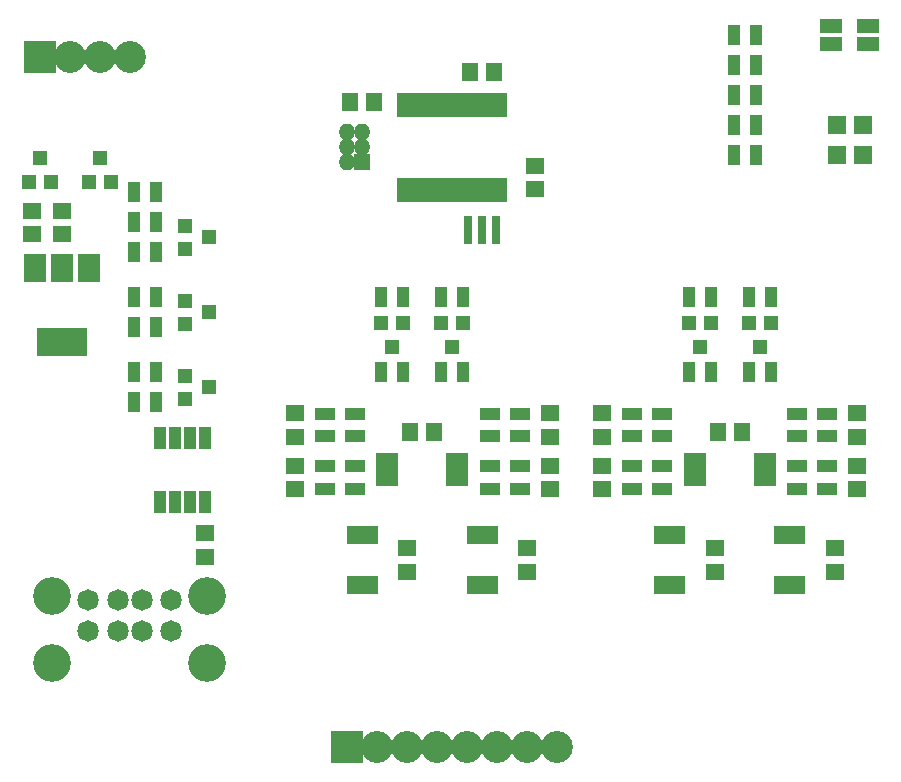
<source format=gts>
G04 #@! TF.FileFunction,Soldermask,Top*
%FSLAX46Y46*%
G04 Gerber Fmt 4.6, Leading zero omitted, Abs format (unit mm)*
G04 Created by KiCad (PCBNEW 4.0.7) date Sat Dec  2 17:24:25 2017*
%MOMM*%
%LPD*%
G01*
G04 APERTURE LIST*
%ADD10C,0.127000*%
%ADD11R,1.100000X1.700000*%
%ADD12R,1.300000X1.200000*%
%ADD13R,1.650000X1.400000*%
%ADD14R,1.400000X1.650000*%
%ADD15R,1.600000X1.600000*%
%ADD16R,0.850000X2.150000*%
%ADD17R,2.700000X2.700000*%
%ADD18C,2.700000*%
%ADD19R,1.200000X1.300000*%
%ADD20R,1.700000X1.100000*%
%ADD21R,1.850000X0.850000*%
%ADD22R,0.800000X1.500000*%
%ADD23R,1.900000X1.300000*%
%ADD24C,1.820000*%
%ADD25C,3.200000*%
%ADD26R,1.000000X1.950000*%
%ADD27R,4.200000X2.400000*%
%ADD28R,1.900000X2.400000*%
%ADD29R,0.800000X2.400000*%
%ADD30R,1.400000X1.400000*%
%ADD31O,1.400000X1.400000*%
G04 APERTURE END LIST*
D10*
D11*
X61910000Y45085000D03*
X60010000Y45085000D03*
X13020000Y48895000D03*
X14920000Y48895000D03*
X14920000Y51435000D03*
X13020000Y51435000D03*
X13020000Y53975000D03*
X14920000Y53975000D03*
D12*
X17415000Y51115000D03*
X17415000Y49215000D03*
X19415000Y50165000D03*
D13*
X46990000Y56245000D03*
X46990000Y54245000D03*
D14*
X33385000Y61595000D03*
X31385000Y61595000D03*
X38465000Y33655000D03*
X36465000Y33655000D03*
X41545000Y64135000D03*
X43545000Y64135000D03*
D13*
X26670000Y35290000D03*
X26670000Y33290000D03*
X48260000Y35290000D03*
X48260000Y33290000D03*
X26670000Y28845000D03*
X26670000Y30845000D03*
X48260000Y28845000D03*
X48260000Y30845000D03*
D14*
X64500000Y33655000D03*
X62500000Y33655000D03*
D13*
X4445000Y50435000D03*
X4445000Y52435000D03*
X52705000Y35290000D03*
X52705000Y33290000D03*
X74295000Y35290000D03*
X74295000Y33290000D03*
X52705000Y28845000D03*
X52705000Y30845000D03*
X74295000Y28845000D03*
X74295000Y30845000D03*
X36195000Y21860000D03*
X36195000Y23860000D03*
X46355000Y21860000D03*
X46355000Y23860000D03*
X62230000Y21860000D03*
X62230000Y23860000D03*
X72390000Y21860000D03*
X72390000Y23860000D03*
X6985000Y50435000D03*
X6985000Y52435000D03*
X19050000Y25130000D03*
X19050000Y23130000D03*
D15*
X72560000Y59690000D03*
X74760000Y59690000D03*
X72560000Y57150000D03*
X74760000Y57150000D03*
D16*
X35780000Y54185000D03*
X36430000Y54185000D03*
X37080000Y54185000D03*
X37730000Y54185000D03*
X38380000Y54185000D03*
X39030000Y54185000D03*
X39680000Y54185000D03*
X40330000Y54185000D03*
X40980000Y54185000D03*
X41630000Y54185000D03*
X42280000Y54185000D03*
X42930000Y54185000D03*
X43580000Y54185000D03*
X44230000Y54185000D03*
X44230000Y61385000D03*
X43580000Y61385000D03*
X42930000Y61385000D03*
X42280000Y61385000D03*
X41630000Y61385000D03*
X40980000Y61385000D03*
X40330000Y61385000D03*
X39680000Y61385000D03*
X39030000Y61385000D03*
X38380000Y61385000D03*
X37730000Y61385000D03*
X37080000Y61385000D03*
X36430000Y61385000D03*
X35780000Y61385000D03*
D17*
X31115000Y6985000D03*
D18*
X33655000Y6985000D03*
X36195000Y6985000D03*
X38735000Y6985000D03*
X41275000Y6985000D03*
X43815000Y6985000D03*
X46355000Y6985000D03*
X48895000Y6985000D03*
D17*
X5080000Y65405000D03*
D18*
X7620000Y65405000D03*
X10160000Y65405000D03*
X12700000Y65405000D03*
D19*
X4130000Y54880000D03*
X6030000Y54880000D03*
X5080000Y56880000D03*
X9210000Y54880000D03*
X11110000Y54880000D03*
X10160000Y56880000D03*
X35875000Y42910000D03*
X33975000Y42910000D03*
X34925000Y40910000D03*
X61910000Y42910000D03*
X60010000Y42910000D03*
X60960000Y40910000D03*
X40955000Y42910000D03*
X39055000Y42910000D03*
X40005000Y40910000D03*
X66990000Y42910000D03*
X65090000Y42910000D03*
X66040000Y40910000D03*
D12*
X17415000Y44765000D03*
X17415000Y42865000D03*
X19415000Y43815000D03*
X17415000Y38415000D03*
X17415000Y36515000D03*
X19415000Y37465000D03*
D20*
X31750000Y28895000D03*
X31750000Y30795000D03*
X29210000Y28895000D03*
X29210000Y30795000D03*
X43180000Y28895000D03*
X43180000Y30795000D03*
X45720000Y28895000D03*
X45720000Y30795000D03*
X31750000Y35240000D03*
X31750000Y33340000D03*
X29210000Y33340000D03*
X29210000Y35240000D03*
X43180000Y35240000D03*
X43180000Y33340000D03*
X45720000Y33340000D03*
X45720000Y35240000D03*
X57785000Y28895000D03*
X57785000Y30795000D03*
X55245000Y28895000D03*
X55245000Y30795000D03*
X69215000Y28895000D03*
X69215000Y30795000D03*
X71755000Y28895000D03*
X71755000Y30795000D03*
X57785000Y35240000D03*
X57785000Y33340000D03*
X55245000Y33340000D03*
X55245000Y35240000D03*
X69215000Y35240000D03*
X69215000Y33340000D03*
X71755000Y33340000D03*
X71755000Y35240000D03*
D11*
X65720000Y64770000D03*
X63820000Y64770000D03*
X65720000Y62230000D03*
X63820000Y62230000D03*
X65720000Y67310000D03*
X63820000Y67310000D03*
X63820000Y59690000D03*
X65720000Y59690000D03*
X63820000Y57150000D03*
X65720000Y57150000D03*
X35875000Y45085000D03*
X33975000Y45085000D03*
X35875000Y38735000D03*
X33975000Y38735000D03*
X61910000Y38735000D03*
X60010000Y38735000D03*
X40955000Y45085000D03*
X39055000Y45085000D03*
X66990000Y45085000D03*
X65090000Y45085000D03*
X13020000Y45085000D03*
X14920000Y45085000D03*
X13020000Y38735000D03*
X14920000Y38735000D03*
X39055000Y38735000D03*
X40955000Y38735000D03*
X65090000Y38735000D03*
X66990000Y38735000D03*
X13020000Y42545000D03*
X14920000Y42545000D03*
X13020000Y36195000D03*
X14920000Y36195000D03*
D21*
X34515000Y31455000D03*
X34515000Y30805000D03*
X34515000Y30155000D03*
X34515000Y29505000D03*
X40415000Y29505000D03*
X40415000Y30155000D03*
X40415000Y30805000D03*
X40415000Y31455000D03*
X60550000Y31455000D03*
X60550000Y30805000D03*
X60550000Y30155000D03*
X60550000Y29505000D03*
X66450000Y29505000D03*
X66450000Y30155000D03*
X66450000Y30805000D03*
X66450000Y31455000D03*
D22*
X31410000Y20710000D03*
X32060000Y20710000D03*
X32710000Y20710000D03*
X33360000Y20710000D03*
X33360000Y25010000D03*
X32710000Y25010000D03*
X32060000Y25010000D03*
X31410000Y25010000D03*
X57445000Y20710000D03*
X58095000Y20710000D03*
X58745000Y20710000D03*
X59395000Y20710000D03*
X59395000Y25010000D03*
X58745000Y25010000D03*
X58095000Y25010000D03*
X57445000Y25010000D03*
X41570000Y20710000D03*
X42220000Y20710000D03*
X42870000Y20710000D03*
X43520000Y20710000D03*
X43520000Y25010000D03*
X42870000Y25010000D03*
X42220000Y25010000D03*
X41570000Y25010000D03*
X67605000Y20710000D03*
X68255000Y20710000D03*
X68905000Y20710000D03*
X69555000Y20710000D03*
X69555000Y25010000D03*
X68905000Y25010000D03*
X68255000Y25010000D03*
X67605000Y25010000D03*
D23*
X75210000Y66560000D03*
X75210000Y68060000D03*
X72110000Y68060000D03*
X72110000Y66560000D03*
D24*
X9200000Y19440005D03*
X11700000Y19440005D03*
X13700000Y19440005D03*
X16200000Y19440005D03*
X9200000Y16820005D03*
X11700000Y16820005D03*
X13700000Y16820005D03*
X16200000Y16820005D03*
D25*
X19270000Y14110005D03*
X19270000Y19790005D03*
X6130000Y19790005D03*
X6130000Y14110005D03*
D26*
X19050000Y33180000D03*
X17780000Y33180000D03*
X16510000Y33180000D03*
X15240000Y33180000D03*
X15240000Y27780000D03*
X16510000Y27780000D03*
X17780000Y27780000D03*
X19050000Y27780000D03*
D27*
X6985000Y41300000D03*
D28*
X6985000Y47600000D03*
X4685000Y47600000D03*
X9285000Y47600000D03*
D29*
X42545000Y50800000D03*
X41345000Y50800000D03*
X43745000Y50800000D03*
D30*
X32385000Y56515000D03*
D31*
X31115000Y56515000D03*
X32385000Y57785000D03*
X31115000Y57785000D03*
X32385000Y59055000D03*
X31115000Y59055000D03*
M02*

</source>
